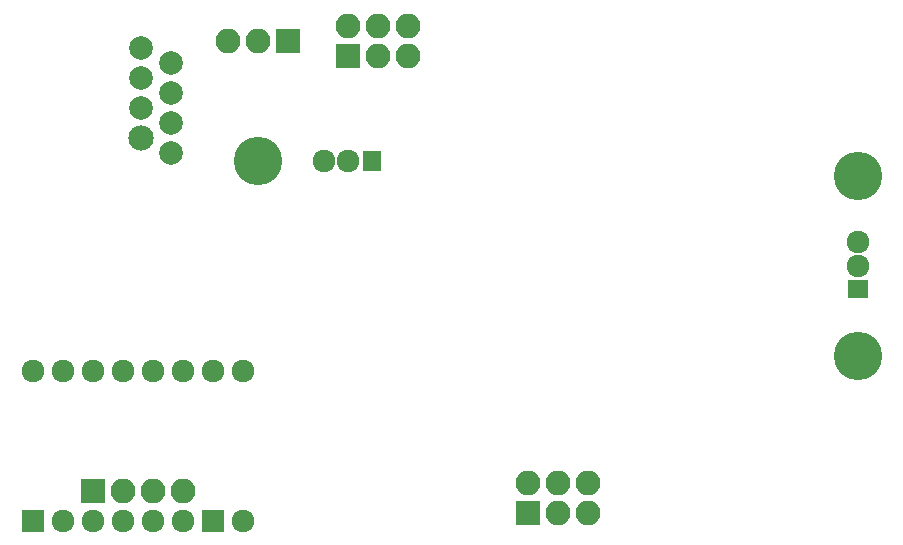
<source format=gbs>
G04 #@! TF.FileFunction,Soldermask,Bot*
%FSLAX46Y46*%
G04 Gerber Fmt 4.6, Leading zero omitted, Abs format (unit mm)*
G04 Created by KiCad (PCBNEW 4.0.6) date 08/22/17 00:05:49*
%MOMM*%
%LPD*%
G01*
G04 APERTURE LIST*
%ADD10C,0.100000*%
%ADD11C,4.100000*%
%ADD12R,1.600000X1.700000*%
%ADD13C,1.924000*%
%ADD14R,2.100000X2.100000*%
%ADD15O,2.100000X2.100000*%
%ADD16R,1.924000X1.924000*%
%ADD17R,1.700000X1.600000*%
%ADD18C,2.000000*%
%ADD19C,2.150000*%
G04 APERTURE END LIST*
D10*
D11*
X20320000Y31750000D03*
D12*
X29940000Y31750000D03*
D13*
X27940000Y31750000D03*
X25940000Y31750000D03*
D14*
X22860000Y41910000D03*
D15*
X20320000Y41910000D03*
X17780000Y41910000D03*
D16*
X1270000Y1270000D03*
D13*
X3810000Y1270000D03*
X6350000Y1270000D03*
X8890000Y1270000D03*
X11430000Y1270000D03*
X13970000Y1270000D03*
D16*
X16510000Y1270000D03*
D13*
X19050000Y1270000D03*
X19050000Y13970000D03*
X16510000Y13970000D03*
X13970000Y13970000D03*
X11430000Y13970000D03*
X8890000Y13970000D03*
X6350000Y13970000D03*
X3810000Y13970000D03*
X1270000Y13970000D03*
D14*
X43180000Y1905000D03*
D15*
X43180000Y4445000D03*
X45720000Y1905000D03*
X45720000Y4445000D03*
X48260000Y1905000D03*
X48260000Y4445000D03*
D14*
X6350000Y3810000D03*
D15*
X8890000Y3810000D03*
X11430000Y3810000D03*
X13970000Y3810000D03*
D14*
X27940000Y40640000D03*
D15*
X27940000Y43180000D03*
X30480000Y40640000D03*
X30480000Y43180000D03*
X33020000Y40640000D03*
X33020000Y43180000D03*
D17*
X71120000Y20860000D03*
D13*
X71120000Y22860000D03*
X71120000Y24860000D03*
D11*
X71120000Y30480000D03*
X71120000Y15240000D03*
D18*
X10414000Y41275000D03*
X12954000Y40005000D03*
X10414000Y38735000D03*
X12954000Y37465000D03*
X10414000Y36195000D03*
X12954000Y34925000D03*
D19*
X10414000Y33655000D03*
D18*
X12954000Y32385000D03*
M02*

</source>
